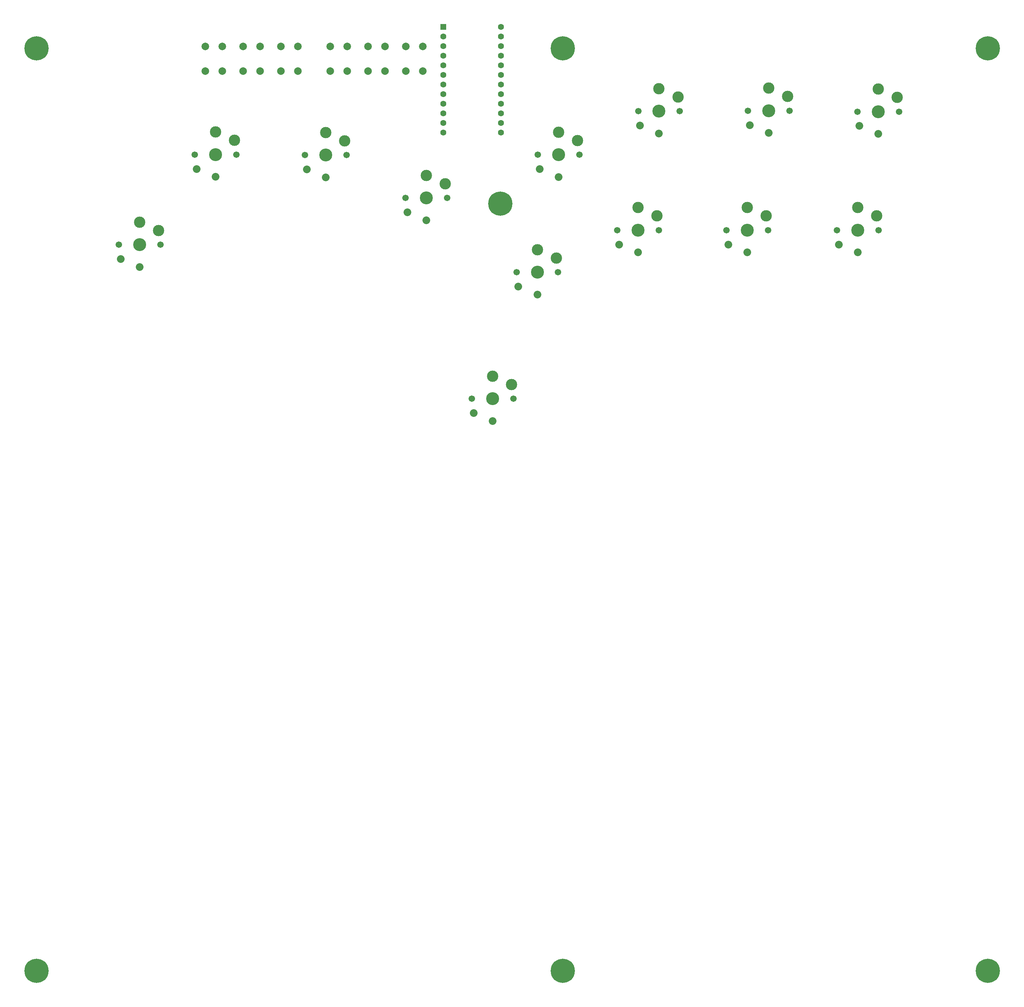
<source format=gts>
%TF.GenerationSoftware,KiCad,Pcbnew,(6.0.7)*%
%TF.CreationDate,2022-08-15T09:33:02+10:00*%
%TF.ProjectId,Flatbox-rev1_1_a3,466c6174-626f-4782-9d72-6576315f315f,rev?*%
%TF.SameCoordinates,Original*%
%TF.FileFunction,Soldermask,Top*%
%TF.FilePolarity,Negative*%
%FSLAX46Y46*%
G04 Gerber Fmt 4.6, Leading zero omitted, Abs format (unit mm)*
G04 Created by KiCad (PCBNEW (6.0.7)) date 2022-08-15 09:33:02*
%MOMM*%
%LPD*%
G01*
G04 APERTURE LIST*
%ADD10C,3.429000*%
%ADD11C,1.701800*%
%ADD12C,3.000000*%
%ADD13C,2.032000*%
%ADD14C,6.400000*%
%ADD15C,2.000000*%
%ADD16R,1.600000X1.600000*%
%ADD17C,1.600000*%
G04 APERTURE END LIST*
D10*
X105680000Y-56210000D03*
D11*
X111180000Y-56210000D03*
D12*
X105680000Y-50260000D03*
X110680000Y-52460000D03*
D11*
X100180000Y-56210000D03*
D13*
X105680000Y-62110000D03*
X100680000Y-60010000D03*
D12*
X137280000Y-63810000D03*
D10*
X132280000Y-67560000D03*
D11*
X126780000Y-67560000D03*
D12*
X132280000Y-61610000D03*
D11*
X137780000Y-67560000D03*
D13*
X132280000Y-73460000D03*
X127280000Y-71360000D03*
D10*
X149780000Y-120660000D03*
D12*
X154780000Y-116910000D03*
D11*
X144280000Y-120660000D03*
X155280000Y-120660000D03*
D12*
X149780000Y-114710000D03*
D13*
X149780000Y-126560000D03*
X144780000Y-124460000D03*
D11*
X161720000Y-56150000D03*
X172720000Y-56150000D03*
D10*
X167220000Y-56150000D03*
D12*
X167220000Y-50200000D03*
X172220000Y-52400000D03*
D13*
X167220000Y-62050000D03*
X162220000Y-59950000D03*
D11*
X199280000Y-44620000D03*
X188280000Y-44620000D03*
D12*
X193780000Y-38670000D03*
D10*
X193780000Y-44620000D03*
D12*
X198780000Y-40870000D03*
D13*
X193780000Y-50520000D03*
X188780000Y-48420000D03*
D12*
X222750000Y-38550000D03*
D11*
X228250000Y-44500000D03*
D10*
X222750000Y-44500000D03*
D11*
X217250000Y-44500000D03*
D12*
X227750000Y-40750000D03*
D13*
X222750000Y-50400000D03*
X217750000Y-48300000D03*
D12*
X256720000Y-40990000D03*
X251720000Y-38790000D03*
D11*
X246220000Y-44740000D03*
X257220000Y-44740000D03*
D10*
X251720000Y-44740000D03*
D13*
X251720000Y-50640000D03*
X246720000Y-48540000D03*
D12*
X161610000Y-81240000D03*
X166610000Y-83440000D03*
D10*
X161610000Y-87190000D03*
D11*
X156110000Y-87190000D03*
X167110000Y-87190000D03*
D13*
X161610000Y-93090000D03*
X156610000Y-90990000D03*
D10*
X188220000Y-76080000D03*
D11*
X193720000Y-76080000D03*
X182720000Y-76080000D03*
D12*
X193220000Y-72330000D03*
X188220000Y-70130000D03*
D13*
X188220000Y-81980000D03*
X183220000Y-79880000D03*
D10*
X217070000Y-76080000D03*
D12*
X217070000Y-70130000D03*
D11*
X211570000Y-76080000D03*
D12*
X222070000Y-72330000D03*
D11*
X222570000Y-76080000D03*
D13*
X217070000Y-81980000D03*
X212070000Y-79880000D03*
D11*
X240780000Y-76080000D03*
D12*
X251280000Y-72330000D03*
D10*
X246280000Y-76080000D03*
D11*
X251780000Y-76080000D03*
D12*
X246280000Y-70130000D03*
D13*
X246280000Y-81980000D03*
X241280000Y-79880000D03*
D14*
X29225000Y-28040000D03*
X29225000Y-271959466D03*
X280655000Y-271959466D03*
X280655000Y-28040000D03*
D11*
X71085000Y-56090000D03*
X82085000Y-56090000D03*
D12*
X81585000Y-52340000D03*
D10*
X76585000Y-56090000D03*
D12*
X76585000Y-50140000D03*
D13*
X76585000Y-61990000D03*
X71585000Y-59890000D03*
D14*
X168360000Y-28040000D03*
D15*
X106860000Y-27540000D03*
X106860000Y-34040000D03*
X111360000Y-27540000D03*
X111360000Y-34040000D03*
X83860000Y-34040000D03*
X83860000Y-27540000D03*
X88360000Y-27540000D03*
X88360000Y-34040000D03*
X116860000Y-34040000D03*
X116860000Y-27540000D03*
X121360000Y-27540000D03*
X121360000Y-34040000D03*
X73860000Y-27540000D03*
X73860000Y-34040000D03*
X78360000Y-34040000D03*
X78360000Y-27540000D03*
X93860000Y-27540000D03*
X93860000Y-34040000D03*
X98360000Y-27540000D03*
X98360000Y-34040000D03*
X126860000Y-27540000D03*
X126860000Y-34040000D03*
X131360000Y-27540000D03*
X131360000Y-34040000D03*
D14*
X151860000Y-69040000D03*
X168360000Y-271959466D03*
D16*
X136740000Y-22320000D03*
D17*
X136740000Y-24860000D03*
X136740000Y-27400000D03*
X136740000Y-29940000D03*
X136740000Y-32480000D03*
X136740000Y-35020000D03*
X136740000Y-37560000D03*
X136740000Y-40100000D03*
X136740000Y-42640000D03*
X136740000Y-45180000D03*
X136740000Y-47720000D03*
X136740000Y-50260000D03*
X151980000Y-50260000D03*
X151980000Y-47720000D03*
X151980000Y-45180000D03*
X151980000Y-42640000D03*
X151980000Y-40100000D03*
X151980000Y-37560000D03*
X151980000Y-35020000D03*
X151980000Y-32480000D03*
X151980000Y-29940000D03*
X151980000Y-27400000D03*
X151980000Y-24860000D03*
X151980000Y-22320000D03*
D10*
X56460000Y-79940000D03*
D11*
X50960000Y-79940000D03*
X61960000Y-79940000D03*
D12*
X56460000Y-73990000D03*
X61460000Y-76190000D03*
D13*
X56460000Y-85840000D03*
X51460000Y-83740000D03*
M02*

</source>
